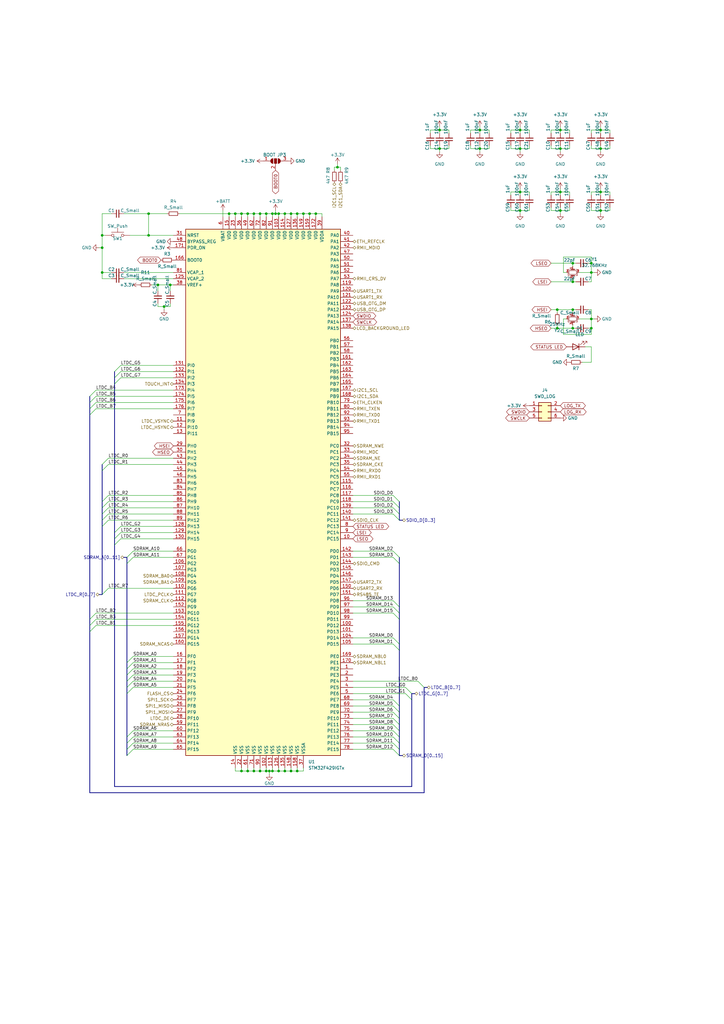
<source format=kicad_sch>
(kicad_sch (version 20211123) (generator eeschema)
  (paper "A3" portrait)
  (junction (at 246.38 60.96))
  (junction (at 60.96 96.52))
  (junction (at 93.98 87.63))
  (junction (at 67.31 125.73))
  (junction (at 229.87 60.96))
  (junction (at 246.38 78.74))
  (junction (at 111.76 316.23))
  (junction (at 228.6 127))
  (junction (at 242.57 111.76))
  (junction (at 229.87 86.36))
  (junction (at 41.91 101.6))
  (junction (at 180.34 53.34))
  (junction (at 229.87 78.74))
  (junction (at 101.6 87.63))
  (junction (at 213.36 60.96))
  (junction (at 119.38 87.63))
  (junction (at 99.06 316.23))
  (junction (at 110.49 316.23))
  (junction (at 116.84 316.23))
  (junction (at 242.57 107.95))
  (junction (at 127 87.63))
  (junction (at 113.03 87.63))
  (junction (at 213.36 53.34))
  (junction (at 180.34 60.96))
  (junction (at 111.76 87.63))
  (junction (at 114.3 87.63))
  (junction (at 242.57 130.81))
  (junction (at 234.95 107.95))
  (junction (at 121.92 316.23))
  (junction (at 138.43 68.58))
  (junction (at 116.84 87.63))
  (junction (at 104.14 316.23))
  (junction (at 106.68 87.63))
  (junction (at 246.38 53.34))
  (junction (at 234.95 127))
  (junction (at 41.91 96.52))
  (junction (at 124.46 87.63))
  (junction (at 104.14 87.63))
  (junction (at 234.95 115.57))
  (junction (at 109.22 87.63))
  (junction (at 119.38 316.23))
  (junction (at 213.36 78.74))
  (junction (at 114.3 316.23))
  (junction (at 41.91 111.76))
  (junction (at 69.85 116.84))
  (junction (at 196.85 53.34))
  (junction (at 234.95 134.62))
  (junction (at 129.54 87.63))
  (junction (at 246.38 86.36))
  (junction (at 99.06 87.63))
  (junction (at 242.57 134.62))
  (junction (at 121.92 87.63))
  (junction (at 229.87 53.34))
  (junction (at 196.85 60.96))
  (junction (at 101.6 316.23))
  (junction (at 109.22 316.23))
  (junction (at 96.52 87.63))
  (junction (at 106.68 316.23))
  (junction (at 64.77 116.84))
  (junction (at 60.96 87.63))
  (junction (at 213.36 86.36))
  (junction (at 228.6 134.62))
  (bus_entry (at 161.29 304.8) (size 2.54 2.54))
  (bus_entry (at 52.07 271.78) (size 2.54 -2.54))
  (bus_entry (at 161.29 226.06) (size 2.54 2.54))
  (bus_entry (at 36.83 259.08) (size 2.54 -2.54))
  (bus_entry (at 36.83 162.56) (size 2.54 -2.54))
  (bus_entry (at 161.29 287.02) (size 2.54 2.54))
  (bus_entry (at 161.29 297.18) (size 2.54 2.54))
  (bus_entry (at 161.29 294.64) (size 2.54 2.54))
  (bus_entry (at 161.29 205.74) (size 2.54 2.54))
  (bus_entry (at 161.29 264.16) (size 2.54 2.54))
  (bus_entry (at 52.07 284.48) (size 2.54 -2.54))
  (bus_entry (at 161.29 208.28) (size 2.54 2.54))
  (bus_entry (at 41.91 210.82) (size 2.54 -2.54))
  (bus_entry (at 166.37 281.94) (size 2.54 2.54))
  (bus_entry (at 52.07 281.94) (size 2.54 -2.54))
  (bus_entry (at 46.99 223.52) (size 2.54 -2.54))
  (bus_entry (at 52.07 309.88) (size 2.54 -2.54))
  (bus_entry (at 46.99 218.44) (size 2.54 -2.54))
  (bus_entry (at 171.45 279.4) (size 2.54 2.54))
  (bus_entry (at 41.91 208.28) (size 2.54 -2.54))
  (bus_entry (at 52.07 307.34) (size 2.54 -2.54))
  (bus_entry (at 46.99 220.98) (size 2.54 -2.54))
  (bus_entry (at 52.07 231.14) (size 2.54 -2.54))
  (bus_entry (at 161.29 251.46) (size 2.54 2.54))
  (bus_entry (at 161.29 261.62) (size 2.54 2.54))
  (bus_entry (at 161.29 307.34) (size 2.54 2.54))
  (bus_entry (at 52.07 228.6) (size 2.54 -2.54))
  (bus_entry (at 41.91 193.04) (size 2.54 -2.54))
  (bus_entry (at 52.07 276.86) (size 2.54 -2.54))
  (bus_entry (at 161.29 203.2) (size 2.54 2.54))
  (bus_entry (at 166.37 284.48) (size 2.54 2.54))
  (bus_entry (at 161.29 289.56) (size 2.54 2.54))
  (bus_entry (at 36.83 256.54) (size 2.54 -2.54))
  (bus_entry (at 46.99 152.4) (size 2.54 -2.54))
  (bus_entry (at 36.83 254) (size 2.54 -2.54))
  (bus_entry (at 41.91 190.5) (size 2.54 -2.54))
  (bus_entry (at 46.99 157.48) (size 2.54 -2.54))
  (bus_entry (at 161.29 210.82) (size 2.54 2.54))
  (bus_entry (at 41.91 213.36) (size 2.54 -2.54))
  (bus_entry (at 161.29 302.26) (size 2.54 2.54))
  (bus_entry (at 41.91 243.84) (size 2.54 -2.54))
  (bus_entry (at 36.83 167.64) (size 2.54 -2.54))
  (bus_entry (at 36.83 165.1) (size 2.54 -2.54))
  (bus_entry (at 52.07 274.32) (size 2.54 -2.54))
  (bus_entry (at 41.91 205.74) (size 2.54 -2.54))
  (bus_entry (at 46.99 154.94) (size 2.54 -2.54))
  (bus_entry (at 36.83 170.18) (size 2.54 -2.54))
  (bus_entry (at 161.29 246.38) (size 2.54 2.54))
  (bus_entry (at 52.07 302.26) (size 2.54 -2.54))
  (bus_entry (at 161.29 299.72) (size 2.54 2.54))
  (bus_entry (at 41.91 215.9) (size 2.54 -2.54))
  (bus_entry (at 52.07 304.8) (size 2.54 -2.54))
  (bus_entry (at 161.29 248.92) (size 2.54 2.54))
  (bus_entry (at 52.07 279.4) (size 2.54 -2.54))
  (bus_entry (at 161.29 292.1) (size 2.54 2.54))
  (bus_entry (at 161.29 228.6) (size 2.54 2.54))
  (wire (pts (xy 231.14 130.81) (xy 231.14 137.16)))
  (wire (pts (xy 109.22 87.63) (xy 111.76 87.63)))
  (wire (pts (xy 111.76 316.23) (xy 110.49 316.23)))
  (bus (pts (xy 163.83 213.36) (xy 165.1 213.36)))
  (wire (pts (xy 73.66 87.63) (xy 93.98 87.63)))
  (wire (pts (xy 209.55 53.34) (xy 209.55 54.61)))
  (wire (pts (xy 49.53 149.86) (xy 71.12 149.86)))
  (wire (pts (xy 242.57 142.24) (xy 240.03 142.24)))
  (wire (pts (xy 234.95 114.3) (xy 234.95 115.57)))
  (wire (pts (xy 119.38 316.23) (xy 116.84 316.23)))
  (wire (pts (xy 180.34 53.34) (xy 180.34 54.61)))
  (wire (pts (xy 71.12 302.26) (xy 54.61 302.26)))
  (wire (pts (xy 106.68 314.96) (xy 106.68 316.23)))
  (wire (pts (xy 213.36 53.34) (xy 213.36 54.61)))
  (bus (pts (xy 46.99 223.52) (xy 46.99 322.58)))
  (bus (pts (xy 40.64 243.84) (xy 41.91 243.84)))
  (wire (pts (xy 171.45 279.4) (xy 144.78 279.4)))
  (wire (pts (xy 39.37 165.1) (xy 71.12 165.1)))
  (bus (pts (xy 52.07 231.14) (xy 52.07 271.78)))
  (bus (pts (xy 163.83 210.82) (xy 163.83 213.36)))
  (bus (pts (xy 46.99 218.44) (xy 46.99 220.98)))
  (wire (pts (xy 226.06 53.34) (xy 226.06 54.61)))
  (wire (pts (xy 229.87 53.34) (xy 233.68 53.34)))
  (wire (pts (xy 229.87 78.74) (xy 229.87 80.01)))
  (wire (pts (xy 229.87 86.36) (xy 229.87 87.63)))
  (wire (pts (xy 242.57 78.74) (xy 242.57 80.01)))
  (wire (pts (xy 104.14 314.96) (xy 104.14 316.23)))
  (wire (pts (xy 200.66 53.34) (xy 200.66 54.61)))
  (bus (pts (xy 163.83 304.8) (xy 163.83 307.34)))
  (bus (pts (xy 36.83 259.08) (xy 36.83 325.12)))
  (wire (pts (xy 71.12 299.72) (xy 54.61 299.72)))
  (wire (pts (xy 144.78 208.28) (xy 161.29 208.28)))
  (wire (pts (xy 238.76 148.59) (xy 242.57 148.59)))
  (wire (pts (xy 226.06 134.62) (xy 228.6 134.62)))
  (wire (pts (xy 209.55 78.74) (xy 209.55 80.01)))
  (bus (pts (xy 163.83 251.46) (xy 163.83 254)))
  (wire (pts (xy 96.52 316.23) (xy 96.52 314.96)))
  (wire (pts (xy 50.8 87.63) (xy 60.96 87.63)))
  (wire (pts (xy 144.78 203.2) (xy 161.29 203.2)))
  (wire (pts (xy 180.34 52.07) (xy 180.34 53.34)))
  (wire (pts (xy 144.78 307.34) (xy 161.29 307.34)))
  (wire (pts (xy 246.38 78.74) (xy 250.19 78.74)))
  (wire (pts (xy 184.15 53.34) (xy 184.15 54.61)))
  (wire (pts (xy 49.53 215.9) (xy 71.12 215.9)))
  (wire (pts (xy 242.57 127) (xy 242.57 130.81)))
  (wire (pts (xy 229.87 85.09) (xy 229.87 86.36)))
  (wire (pts (xy 121.92 316.23) (xy 119.38 316.23)))
  (wire (pts (xy 180.34 53.34) (xy 184.15 53.34)))
  (bus (pts (xy 36.83 256.54) (xy 36.83 259.08)))
  (wire (pts (xy 101.6 87.63) (xy 104.14 87.63)))
  (wire (pts (xy 99.06 87.63) (xy 99.06 88.9)))
  (wire (pts (xy 129.54 87.63) (xy 129.54 88.9)))
  (bus (pts (xy 36.83 170.18) (xy 36.83 254)))
  (wire (pts (xy 250.19 60.96) (xy 246.38 60.96)))
  (wire (pts (xy 44.45 210.82) (xy 71.12 210.82)))
  (wire (pts (xy 217.17 54.61) (xy 217.17 53.34)))
  (bus (pts (xy 52.07 304.8) (xy 52.07 307.34)))
  (wire (pts (xy 234.95 127) (xy 228.6 127)))
  (wire (pts (xy 106.68 87.63) (xy 109.22 87.63)))
  (wire (pts (xy 110.49 316.23) (xy 110.49 317.5)))
  (wire (pts (xy 242.57 85.09) (xy 242.57 86.36)))
  (wire (pts (xy 246.38 77.47) (xy 246.38 78.74)))
  (bus (pts (xy 41.91 205.74) (xy 41.91 208.28)))
  (wire (pts (xy 234.95 127) (xy 236.22 127)))
  (wire (pts (xy 233.68 53.34) (xy 233.68 54.61)))
  (wire (pts (xy 213.36 78.74) (xy 213.36 80.01)))
  (wire (pts (xy 124.46 87.63) (xy 124.46 88.9)))
  (bus (pts (xy 46.99 220.98) (xy 46.99 223.52)))
  (wire (pts (xy 60.96 87.63) (xy 68.58 87.63)))
  (wire (pts (xy 241.3 115.57) (xy 242.57 115.57)))
  (wire (pts (xy 229.87 78.74) (xy 233.68 78.74)))
  (wire (pts (xy 41.91 87.63) (xy 45.72 87.63)))
  (wire (pts (xy 39.37 162.56) (xy 71.12 162.56)))
  (wire (pts (xy 67.31 125.73) (xy 69.85 125.73)))
  (bus (pts (xy 52.07 276.86) (xy 52.07 279.4)))
  (wire (pts (xy 228.6 134.62) (xy 228.6 133.35)))
  (wire (pts (xy 69.85 116.84) (xy 71.12 116.84)))
  (wire (pts (xy 144.78 228.6) (xy 161.29 228.6)))
  (wire (pts (xy 242.57 130.81) (xy 242.57 134.62)))
  (wire (pts (xy 119.38 314.96) (xy 119.38 316.23)))
  (bus (pts (xy 52.07 284.48) (xy 52.07 302.26)))
  (wire (pts (xy 116.84 87.63) (xy 116.84 88.9)))
  (wire (pts (xy 213.36 77.47) (xy 213.36 78.74)))
  (wire (pts (xy 234.95 115.57) (xy 236.22 115.57)))
  (wire (pts (xy 101.6 87.63) (xy 101.6 88.9)))
  (wire (pts (xy 50.8 111.76) (xy 71.12 111.76)))
  (wire (pts (xy 49.53 218.44) (xy 71.12 218.44)))
  (wire (pts (xy 144.78 205.74) (xy 161.29 205.74)))
  (bus (pts (xy 46.99 322.58) (xy 168.91 322.58)))
  (bus (pts (xy 46.99 154.94) (xy 46.99 157.48)))
  (wire (pts (xy 132.08 87.63) (xy 132.08 88.9)))
  (wire (pts (xy 111.76 87.63) (xy 113.03 87.63)))
  (wire (pts (xy 137.16 69.85) (xy 137.16 68.58)))
  (wire (pts (xy 96.52 87.63) (xy 96.52 88.9)))
  (wire (pts (xy 121.92 87.63) (xy 124.46 87.63)))
  (wire (pts (xy 104.14 87.63) (xy 104.14 88.9)))
  (wire (pts (xy 114.3 87.63) (xy 114.3 88.9)))
  (wire (pts (xy 101.6 314.96) (xy 101.6 316.23)))
  (bus (pts (xy 163.83 228.6) (xy 163.83 231.14)))
  (wire (pts (xy 193.04 53.34) (xy 196.85 53.34)))
  (bus (pts (xy 36.83 162.56) (xy 36.83 165.1)))
  (wire (pts (xy 229.87 59.69) (xy 229.87 60.96)))
  (wire (pts (xy 50.8 114.3) (xy 71.12 114.3)))
  (bus (pts (xy 163.83 208.28) (xy 163.83 210.82)))
  (wire (pts (xy 114.3 87.63) (xy 116.84 87.63)))
  (wire (pts (xy 116.84 316.23) (xy 114.3 316.23)))
  (bus (pts (xy 36.83 325.12) (xy 173.99 325.12)))
  (wire (pts (xy 231.14 105.41) (xy 242.57 105.41)))
  (wire (pts (xy 242.57 111.76) (xy 237.49 111.76)))
  (wire (pts (xy 71.12 274.32) (xy 54.61 274.32)))
  (wire (pts (xy 44.45 213.36) (xy 71.12 213.36)))
  (wire (pts (xy 49.53 152.4) (xy 71.12 152.4)))
  (wire (pts (xy 139.7 69.85) (xy 139.7 68.58)))
  (wire (pts (xy 111.76 314.96) (xy 111.76 316.23)))
  (wire (pts (xy 121.92 87.63) (xy 121.92 88.9)))
  (wire (pts (xy 246.38 85.09) (xy 246.38 86.36)))
  (wire (pts (xy 144.78 294.64) (xy 161.29 294.64)))
  (bus (pts (xy 52.07 302.26) (xy 52.07 304.8)))
  (wire (pts (xy 119.38 87.63) (xy 121.92 87.63)))
  (wire (pts (xy 226.06 107.95) (xy 234.95 107.95)))
  (wire (pts (xy 193.04 59.69) (xy 193.04 60.96)))
  (wire (pts (xy 44.45 190.5) (xy 71.12 190.5)))
  (wire (pts (xy 39.37 167.64) (xy 71.12 167.64)))
  (wire (pts (xy 209.55 85.09) (xy 209.55 86.36)))
  (wire (pts (xy 242.57 134.62) (xy 241.3 134.62)))
  (wire (pts (xy 213.36 86.36) (xy 213.36 87.63)))
  (wire (pts (xy 60.96 96.52) (xy 71.12 96.52)))
  (wire (pts (xy 114.3 316.23) (xy 111.76 316.23)))
  (bus (pts (xy 163.83 266.7) (xy 163.83 289.56)))
  (wire (pts (xy 109.22 314.96) (xy 109.22 316.23)))
  (wire (pts (xy 71.12 279.4) (xy 54.61 279.4)))
  (bus (pts (xy 41.91 208.28) (xy 41.91 210.82)))
  (wire (pts (xy 138.43 67.31) (xy 138.43 68.58)))
  (bus (pts (xy 52.07 281.94) (xy 52.07 284.48)))
  (wire (pts (xy 71.12 276.86) (xy 54.61 276.86)))
  (wire (pts (xy 64.77 124.46) (xy 64.77 125.73)))
  (wire (pts (xy 213.36 52.07) (xy 213.36 53.34)))
  (wire (pts (xy 209.55 60.96) (xy 213.36 60.96)))
  (wire (pts (xy 234.95 128.27) (xy 234.95 127)))
  (wire (pts (xy 234.95 107.95) (xy 234.95 109.22)))
  (wire (pts (xy 228.6 127) (xy 228.6 128.27)))
  (wire (pts (xy 217.17 53.34) (xy 213.36 53.34)))
  (wire (pts (xy 233.68 86.36) (xy 229.87 86.36)))
  (wire (pts (xy 44.45 203.2) (xy 71.12 203.2)))
  (wire (pts (xy 69.85 125.73) (xy 69.85 124.46)))
  (wire (pts (xy 217.17 86.36) (xy 213.36 86.36)))
  (wire (pts (xy 246.38 53.34) (xy 246.38 54.61)))
  (wire (pts (xy 166.37 281.94) (xy 144.78 281.94)))
  (bus (pts (xy 163.83 231.14) (xy 163.83 248.92)))
  (wire (pts (xy 226.06 78.74) (xy 226.06 80.01)))
  (bus (pts (xy 52.07 307.34) (xy 52.07 309.88)))
  (wire (pts (xy 246.38 52.07) (xy 246.38 53.34)))
  (bus (pts (xy 41.91 210.82) (xy 41.91 213.36)))
  (bus (pts (xy 163.83 299.72) (xy 163.83 302.26)))
  (wire (pts (xy 60.96 87.63) (xy 60.96 96.52)))
  (wire (pts (xy 243.84 111.76) (xy 242.57 111.76)))
  (wire (pts (xy 196.85 52.07) (xy 196.85 53.34)))
  (wire (pts (xy 242.57 53.34) (xy 246.38 53.34)))
  (wire (pts (xy 246.38 59.69) (xy 246.38 60.96)))
  (wire (pts (xy 45.72 114.3) (xy 41.91 114.3)))
  (wire (pts (xy 99.06 87.63) (xy 101.6 87.63)))
  (bus (pts (xy 52.07 279.4) (xy 52.07 281.94)))
  (wire (pts (xy 39.37 254) (xy 71.12 254)))
  (bus (pts (xy 50.8 228.6) (xy 52.07 228.6)))
  (wire (pts (xy 44.45 208.28) (xy 71.12 208.28)))
  (wire (pts (xy 229.87 77.47) (xy 229.87 78.74)))
  (wire (pts (xy 41.91 101.6) (xy 41.91 96.52)))
  (bus (pts (xy 52.07 271.78) (xy 52.07 274.32)))
  (bus (pts (xy 168.91 284.48) (xy 170.18 284.48)))
  (wire (pts (xy 144.78 248.92) (xy 161.29 248.92)))
  (bus (pts (xy 173.99 281.94) (xy 175.26 281.94)))
  (wire (pts (xy 99.06 316.23) (xy 96.52 316.23)))
  (wire (pts (xy 234.95 134.62) (xy 234.95 133.35)))
  (wire (pts (xy 196.85 60.96) (xy 200.66 60.96)))
  (wire (pts (xy 213.36 85.09) (xy 213.36 86.36)))
  (wire (pts (xy 101.6 316.23) (xy 99.06 316.23)))
  (wire (pts (xy 104.14 316.23) (xy 101.6 316.23)))
  (wire (pts (xy 64.77 116.84) (xy 69.85 116.84)))
  (wire (pts (xy 114.3 314.96) (xy 114.3 316.23)))
  (wire (pts (xy 144.78 304.8) (xy 161.29 304.8)))
  (wire (pts (xy 213.36 78.74) (xy 217.17 78.74)))
  (wire (pts (xy 229.87 53.34) (xy 229.87 54.61)))
  (wire (pts (xy 144.78 302.26) (xy 161.29 302.26)))
  (bus (pts (xy 41.91 193.04) (xy 41.91 205.74)))
  (bus (pts (xy 52.07 274.32) (xy 52.07 276.86)))
  (wire (pts (xy 233.68 59.69) (xy 233.68 60.96)))
  (wire (pts (xy 242.57 60.96) (xy 246.38 60.96)))
  (wire (pts (xy 64.77 125.73) (xy 67.31 125.73)))
  (wire (pts (xy 231.14 137.16) (xy 242.57 137.16)))
  (wire (pts (xy 217.17 85.09) (xy 217.17 86.36)))
  (bus (pts (xy 36.83 254) (xy 36.83 256.54)))
  (wire (pts (xy 250.19 85.09) (xy 250.19 86.36)))
  (bus (pts (xy 163.83 297.18) (xy 163.83 299.72)))
  (wire (pts (xy 41.91 96.52) (xy 41.91 87.63)))
  (wire (pts (xy 124.46 87.63) (xy 127 87.63)))
  (wire (pts (xy 242.57 105.41) (xy 242.57 107.95)))
  (wire (pts (xy 243.84 130.81) (xy 242.57 130.81)))
  (wire (pts (xy 209.55 78.74) (xy 213.36 78.74)))
  (bus (pts (xy 52.07 228.6) (xy 52.07 231.14)))
  (bus (pts (xy 41.91 190.5) (xy 41.91 193.04)))
  (wire (pts (xy 233.68 60.96) (xy 229.87 60.96)))
  (wire (pts (xy 144.78 297.18) (xy 161.29 297.18)))
  (wire (pts (xy 166.37 284.48) (xy 144.78 284.48)))
  (wire (pts (xy 67.31 125.73) (xy 67.31 127)))
  (wire (pts (xy 144.78 287.02) (xy 161.29 287.02)))
  (bus (pts (xy 163.83 289.56) (xy 163.83 292.1)))
  (wire (pts (xy 62.23 116.84) (xy 64.77 116.84)))
  (wire (pts (xy 231.14 111.76) (xy 231.14 105.41)))
  (bus (pts (xy 163.83 294.64) (xy 163.83 297.18)))
  (wire (pts (xy 39.37 251.46) (xy 71.12 251.46)))
  (wire (pts (xy 43.18 96.52) (xy 41.91 96.52)))
  (wire (pts (xy 242.57 53.34) (xy 242.57 54.61)))
  (wire (pts (xy 226.06 85.09) (xy 226.06 86.36)))
  (wire (pts (xy 113.03 86.36) (xy 113.03 87.63)))
  (wire (pts (xy 196.85 59.69) (xy 196.85 60.96)))
  (wire (pts (xy 213.36 59.69) (xy 213.36 60.96)))
  (wire (pts (xy 209.55 86.36) (xy 213.36 86.36)))
  (wire (pts (xy 144.78 289.56) (xy 161.29 289.56)))
  (bus (pts (xy 36.83 165.1) (xy 36.83 167.64)))
  (wire (pts (xy 242.57 59.69) (xy 242.57 60.96)))
  (wire (pts (xy 109.22 316.23) (xy 106.68 316.23)))
  (wire (pts (xy 71.12 304.8) (xy 54.61 304.8)))
  (wire (pts (xy 144.78 264.16) (xy 161.29 264.16)))
  (wire (pts (xy 109.22 87.63) (xy 109.22 88.9)))
  (wire (pts (xy 213.36 53.34) (xy 209.55 53.34)))
  (wire (pts (xy 196.85 53.34) (xy 200.66 53.34)))
  (bus (pts (xy 46.99 152.4) (xy 46.99 154.94)))
  (wire (pts (xy 144.78 292.1) (xy 161.29 292.1)))
  (wire (pts (xy 176.53 53.34) (xy 180.34 53.34)))
  (wire (pts (xy 246.38 86.36) (xy 246.38 87.63)))
  (wire (pts (xy 93.98 88.9) (xy 93.98 87.63)))
  (wire (pts (xy 99.06 314.96) (xy 99.06 316.23)))
  (wire (pts (xy 116.84 314.96) (xy 116.84 316.23)))
  (wire (pts (xy 242.57 86.36) (xy 246.38 86.36)))
  (bus (pts (xy 41.91 213.36) (xy 41.91 215.9)))
  (wire (pts (xy 242.57 148.59) (xy 242.57 142.24)))
  (wire (pts (xy 200.66 60.96) (xy 200.66 59.69)))
  (bus (pts (xy 163.83 307.34) (xy 163.83 309.88)))
  (wire (pts (xy 242.57 78.74) (xy 246.38 78.74)))
  (wire (pts (xy 41.91 111.76) (xy 41.91 101.6)))
  (wire (pts (xy 180.34 60.96) (xy 176.53 60.96)))
  (wire (pts (xy 180.34 59.69) (xy 180.34 60.96)))
  (bus (pts (xy 173.99 325.12) (xy 173.99 281.94)))
  (bus (pts (xy 163.83 248.92) (xy 163.83 251.46)))
  (wire (pts (xy 41.91 114.3) (xy 41.91 111.76)))
  (wire (pts (xy 250.19 86.36) (xy 246.38 86.36)))
  (wire (pts (xy 217.17 60.96) (xy 217.17 59.69)))
  (wire (pts (xy 193.04 54.61) (xy 193.04 53.34)))
  (wire (pts (xy 45.72 111.76) (xy 41.91 111.76)))
  (bus (pts (xy 163.83 292.1) (xy 163.83 294.64)))
  (wire (pts (xy 124.46 314.96) (xy 124.46 316.23)))
  (wire (pts (xy 226.06 115.57) (xy 234.95 115.57)))
  (wire (pts (xy 96.52 87.63) (xy 99.06 87.63)))
  (wire (pts (xy 53.34 96.52) (xy 60.96 96.52)))
  (wire (pts (xy 241.3 127) (xy 242.57 127)))
  (wire (pts (xy 71.12 281.94) (xy 54.61 281.94)))
  (bus (pts (xy 163.83 264.16) (xy 163.83 266.7)))
  (wire (pts (xy 39.37 160.02) (xy 71.12 160.02)))
  (wire (pts (xy 217.17 78.74) (xy 217.17 80.01)))
  (wire (pts (xy 180.34 60.96) (xy 180.34 62.23)))
  (wire (pts (xy 71.12 226.06) (xy 54.61 226.06)))
  (bus (pts (xy 41.91 215.9) (xy 41.91 243.84)))
  (wire (pts (xy 226.06 59.69) (xy 226.06 60.96)))
  (wire (pts (xy 229.87 52.07) (xy 229.87 53.34)))
  (wire (pts (xy 106.68 316.23) (xy 104.14 316.23)))
  (wire (pts (xy 113.03 87.63) (xy 114.3 87.63)))
  (wire (pts (xy 242.57 137.16) (xy 242.57 134.62)))
  (wire (pts (xy 144.78 251.46) (xy 161.29 251.46)))
  (wire (pts (xy 144.78 299.72) (xy 161.29 299.72)))
  (wire (pts (xy 226.06 78.74) (xy 229.87 78.74)))
  (wire (pts (xy 226.06 60.96) (xy 229.87 60.96)))
  (wire (pts (xy 127 87.63) (xy 129.54 87.63)))
  (wire (pts (xy 229.87 60.96) (xy 229.87 62.23)))
  (wire (pts (xy 232.41 111.76) (xy 231.14 111.76)))
  (wire (pts (xy 49.53 154.94) (xy 71.12 154.94)))
  (wire (pts (xy 184.15 59.69) (xy 184.15 60.96)))
  (wire (pts (xy 242.57 130.81) (xy 237.49 130.81)))
  (wire (pts (xy 93.98 87.63) (xy 96.52 87.63)))
  (wire (pts (xy 242.57 115.57) (xy 242.57 111.76)))
  (bus (pts (xy 168.91 287.02) (xy 168.91 284.48)))
  (wire (pts (xy 144.78 261.62) (xy 161.29 261.62)))
  (wire (pts (xy 193.04 60.96) (xy 196.85 60.96)))
  (wire (pts (xy 71.12 269.24) (xy 54.61 269.24)))
  (bus (pts (xy 36.83 167.64) (xy 36.83 170.18)))
  (wire (pts (xy 236.22 107.95) (xy 234.95 107.95)))
  (wire (pts (xy 127 88.9) (xy 127 87.63)))
  (wire (pts (xy 69.85 119.38) (xy 69.85 116.84)))
  (wire (pts (xy 144.78 246.38) (xy 161.29 246.38)))
  (wire (pts (xy 40.64 101.6) (xy 41.91 101.6)))
  (wire (pts (xy 116.84 87.63) (xy 119.38 87.63)))
  (wire (pts (xy 144.78 210.82) (xy 161.29 210.82)))
  (wire (pts (xy 121.92 314.96) (xy 121.92 316.23)))
  (wire (pts (xy 213.36 60.96) (xy 213.36 62.23)))
  (bus (pts (xy 163.83 205.74) (xy 163.83 208.28)))
  (wire (pts (xy 137.16 68.58) (xy 138.43 68.58)))
  (wire (pts (xy 49.53 220.98) (xy 71.12 220.98)))
  (wire (pts (xy 124.46 316.23) (xy 121.92 316.23)))
  (wire (pts (xy 250.19 53.34) (xy 250.19 54.61)))
  (wire (pts (xy 226.06 86.36) (xy 229.87 86.36)))
  (wire (pts (xy 106.68 87.63) (xy 106.68 88.9)))
  (wire (pts (xy 44.45 205.74) (xy 71.12 205.74)))
  (wire (pts (xy 196.85 53.34) (xy 196.85 54.61)))
  (wire (pts (xy 250.19 78.74) (xy 250.19 80.01)))
  (bus (pts (xy 168.91 322.58) (xy 168.91 287.02)))
  (bus (pts (xy 163.83 309.88) (xy 165.1 309.88)))
  (wire (pts (xy 91.44 86.36) (xy 91.44 88.9)))
  (wire (pts (xy 71.12 228.6) (xy 54.61 228.6)))
  (wire (pts (xy 111.76 87.63) (xy 111.76 88.9)))
  (wire (pts (xy 176.53 60.96) (xy 176.53 59.69)))
  (wire (pts (xy 44.45 187.96) (xy 71.12 187.96)))
  (wire (pts (xy 226.06 127) (xy 228.6 127)))
  (wire (pts (xy 234.95 134.62) (xy 228.6 134.62)))
  (wire (pts (xy 176.53 54.61) (xy 176.53 53.34)))
  (bus (pts (xy 46.99 157.48) (xy 46.99 218.44)))
  (wire (pts (xy 71.12 271.78) (xy 54.61 271.78)))
  (bus (pts (xy 163.83 254) (xy 163.83 264.16)))
  (wire (pts (xy 233.68 78.74) (xy 233.68 80.01)))
  (wire (pts (xy 196.85 60.96) (xy 196.85 62.23)))
  (wire (pts (xy 71.12 307.34) (xy 54.61 307.34)))
  (wire (pts (xy 44.45 241.3) (xy 71.12 241.3)))
  (wire (pts (xy 226.06 53.34) (xy 229.87 53.34)))
  (wire (pts (xy 39.37 256.54) (xy 71.12 256.54)))
  (wire (pts (xy 232.41 130.81) (xy 231.14 130.81)))
  (wire (pts (xy 236.22 134.62) (xy 234.95 134.62)))
  (wire (pts (xy 209.55 59.69) (xy 209.55 60.96)))
  (wire (pts (xy 184.15 60.96) (xy 180.34 60.96)))
  (wire (pts (xy 250.19 59.69) (xy 250.19 60.96)))
  (wire (pts (xy 144.78 226.06) (xy 161.29 226.06)))
  (wire (pts (xy 129.54 87.63) (xy 132.08 87.63)))
  (wire (pts (xy 104.14 87.63) (xy 106.68 87.63)))
  (wire (pts (xy 246.38 53.34) (xy 250.19 53.34)))
  (wire (pts (xy 119.38 87.63) (xy 119.38 88.9)))
  (wire (pts (xy 242.57 107.95) (xy 241.3 107.95)))
  (wire (pts (xy 139.7 68.58) (xy 138.43 68.58)))
  (wire (pts (xy 246.38 60.96) (xy 246.38 62.23)))
  (wire (pts (xy 246.38 78.74) (xy 246.38 80.01)))
  (wire (pts (xy 110.49 316.23) (xy 109.22 316.23)))
  (wire (pts (xy 242.57 111.76) (xy 242.57 107.95)))
  (wire (pts (xy 64.77 119.38) (xy 64.77 116.84)))
  (wire (pts (xy 233.68 85.09) (xy 233.68 86.36)))
  (wire (pts (xy 213.36 60.96) (xy 217.17 60.96)))
  (bus (pts (xy 163.83 302.26) (xy 163.83 304.8)))
  (label "LTDC_G0" (at 166.37 281.94 180))
  (label "LTDC_R2" (at 44.45 203.2 0))
  (label "LTDC_B7" (at 39.37 167.64 0))
  (label "LTDC_R7" (at 44.45 241.3 0))
  (label "SDRAM_A2" (at 54.61 274.32 0))
  (label "SDRAM_D1" (at 161.29 264.16 180))
  (label "LTDC_B3" (at 39.37 254 0))
  (label "SDRAM_D15" (at 161.29 251.46 180))
  (label "SDRAM_D3" (at 161.29 228.6 180))
  (label "SDRAM_D5" (at 161.29 289.56 180))
  (label "LTDC_R5" (at 44.45 210.82 0))
  (label "SDRAM_A8" (at 54.61 304.8 0))
  (label "LTDC_R1" (at 44.45 190.5 0))
  (label "SDRAM_D4" (at 161.29 287.02 180))
  (label "LTDC_G3" (at 49.53 218.44 0))
  (label "LTDC_B1" (at 39.37 256.54 0))
  (label "LTDC_R3" (at 44.45 205.74 0))
  (label "SDRAM_D2" (at 161.29 226.06 180))
  (label "SDIO_D0" (at 161.29 203.2 180))
  (label "SDRAM_A0" (at 54.61 269.24 0))
  (label "SDIO_D1" (at 161.29 205.74 180))
  (label "SDRAM_D9" (at 161.29 299.72 180))
  (label "SDRAM_A1" (at 54.61 271.78 0))
  (label "LTDC_G2" (at 49.53 215.9 0))
  (label "SDRAM_D8" (at 161.29 297.18 180))
  (label "SDRAM_D14" (at 161.29 248.92 180))
  (label "LTDC_R0" (at 44.45 187.96 0))
  (label "SDRAM_A11" (at 54.61 228.6 0))
  (label "SDRAM_D0" (at 161.29 261.62 180))
  (label "LTDC_G6" (at 49.53 152.4 0))
  (label "SDRAM_A6" (at 54.61 299.72 0))
  (label "LTDC_B5" (at 39.37 162.56 0))
  (label "SDRAM_A3" (at 54.61 276.86 0))
  (label "LTDC_G7" (at 49.53 154.94 0))
  (label "SDRAM_D6" (at 161.29 292.1 180))
  (label "SDIO_D3" (at 161.29 210.82 180))
  (label "SDRAM_A4" (at 54.61 279.4 0))
  (label "LTDC_B4" (at 39.37 160.02 0))
  (label "LTDC_G5" (at 49.53 149.86 0))
  (label "SDRAM_A5" (at 54.61 281.94 0))
  (label "SDIO_D2" (at 161.29 208.28 180))
  (label "SDRAM_A10" (at 54.61 226.06 0))
  (label "LTDC_B0" (at 171.45 279.4 180))
  (label "SDRAM_D13" (at 161.29 246.38 180))
  (label "SDRAM_D11" (at 161.29 304.8 180))
  (label "LTDC_R6" (at 44.45 213.36 0))
  (label "LTDC_R4" (at 44.45 208.28 0))
  (label "SDRAM_A7" (at 54.61 302.26 0))
  (label "LTDC_B6" (at 39.37 165.1 0))
  (label "SDRAM_D10" (at 161.29 302.26 180))
  (label "SDRAM_D12" (at 161.29 307.34 180))
  (label "SDRAM_D7" (at 161.29 294.64 180))
  (label "LTDC_G1" (at 166.37 284.48 180))
  (label "LTDC_B2" (at 39.37 251.46 0))
  (label "LTDC_G4" (at 49.53 220.98 0))
  (label "SDRAM_A9" (at 54.61 307.34 0))
  (global_label "BOOT0" (shape bidirectional) (at 66.04 106.68 180) (property "Intersheet References" "${INTERSHEET_REFS}" (effects hide)))
  (global_label "HSEO" (shape bidirectional) (at 226.06 134.62 180) (property "Intersheet References" "${INTERSHEET_REFS}" (effects hide)))
  (global_label "SWCLK" (shape bidirectional) (at 217.17 171.45 180) (property "Intersheet References" "${INTERSHEET_REFS}" (effects hide)))
  (global_label "LSEI" (shape bidirectional) (at 144.78 218.44 0) (property "Intersheet References" "${INTERSHEET_REFS}" (effects hide)))
  (global_label "LOG_TX" (shape bidirectional) (at 229.87 166.37 0) (property "Intersheet References" "${INTERSHEET_REFS}" (effects hide)))
  (global_label "SWDIO" (shape bidirectional) (at 217.17 168.91 180) (property "Intersheet References" "${INTERSHEET_REFS}" (effects hide)))
  (global_label "LOG_RX" (shape bidirectional) (at 229.87 168.91 0) (property "Intersheet References" "${INTERSHEET_REFS}" (effects hide)))
  (global_label "HSEI" (shape bidirectional) (at 226.06 127 180) (property "Intersheet References" "${INTERSHEET_REFS}" (effects hide)))
  (global_label "STATUS LED" (shape bidirectional) (at 232.41 142.24 180) (property "Intersheet References" "${INTERSHEET_REFS}" (effects hide)))
  (global_label "HSEI" (shape bidirectional) (at 71.12 182.88 180) (property "Intersheet References" "${INTERSHEET_REFS}" (effects hide)))
  (global_label "LSEO" (shape bidirectional) (at 226.06 107.95 180) (property "Intersheet References" "${INTERSHEET_REFS}" (effects hide)))
  (global_label "LSEI" (shape bidirectional) (at 226.06 115.57 180) (property "Intersheet References" "${INTERSHEET_REFS}" (effects hide)))
  (global_label "SWDIO" (shape bidirectional) (at 144.78 129.54 0) (property "Intersheet References" "${INTERSHEET_REFS}" (effects hide)))
  (global_label "HSEO" (shape bidirectional) (at 71.12 185.42 180) (property "Intersheet References" "${INTERSHEET_REFS}" (effects hide)))
  (global_label "SWCLK" (shape bidirectional) (at 144.78 132.08 0) (property "Intersheet References" "${INTERSHEET_REFS}" (effects hide)))
  (global_label "BOOT0" (shape bidirectional) (at 113.03 69.85 270) (property "Intersheet References" "${INTERSHEET_REFS}" (effects hide)))
  (global_label "LSEO" (shape bidirectional) (at 144.78 220.98 0) (property "Intersheet References" "${INTERSHEET_REFS}" (effects hide)))
  (global_label "STATUS LED" (shape bidirectional) (at 144.78 215.9 0) (property "Intersheet References" "${INTERSHEET_REFS}" (effects hide)))
  (hierarchical_label "USB_OTG_DM" (shape bidirectional) (at 144.78 124.46 0))
  (hierarchical_label "SDIO_D[0..3]" (shape bidirectional) (at 165.1 213.36 0))
  (hierarchical_label "FLASH_CS" (shape bidirectional) (at 71.12 284.48 180))
  (hierarchical_label "LTDC_PCLK" (shape bidirectional) (at 71.12 243.84 180))
  (hierarchical_label "I2C1_SCL" (shape bidirectional) (at 137.16 74.93 270))
  (hierarchical_label "USART2_TX" (shape bidirectional) (at 144.78 238.76 0))
  (hierarchical_label "SDRAM_NBL0" (shape bidirectional) (at 144.78 269.24 0))
  (hierarchical_label "RMII_MDC" (shape bidirectional) (at 144.78 185.42 0))
  (hierarchical_label "SDRAM_BA0" (shape bidirectional) (at 71.12 236.22 180))
  (hierarchical_label "SDRAM_NE" (shape bidirectional) (at 144.78 187.96 0))
  (hierarchical_label "SPI1_MISO" (shape bidirectional) (at 71.12 289.56 180))
  (hierarchical_label "I2C1_SCL" (shape bidirectional) (at 144.78 160.02 0))
  (hierarchical_label "RMII_TXEN" (shape bidirectional) (at 144.78 167.64 0))
  (hierarchical_label "RMII_RXD1" (shape bidirectional) (at 144.78 195.58 0))
  (hierarchical_label "RMII_CRS_DV" (shape bidirectional) (at 144.78 114.3 0))
  (hierarchical_label "LTDC_VSYNC" (shape bidirectional) (at 71.12 172.72 180))
  (hierarchical_label "LCD_BACKGROUND_LED" (shape bidirectional) (at 144.78 134.62 0))
  (hierarchical_label "ETH_REFCLK" (shape bidirectional) (at 144.78 99.06 0))
  (hierarchical_label "USART1_TX" (shape bidirectional) (at 144.78 119.38 0))
  (hierarchical_label "SDRAM_NRAS" (shape bidirectional) (at 71.12 297.18 180))
  (hierarchical_label "ETH_CLKEN" (shape bidirectional) (at 144.78 165.1 0))
  (hierarchical_label "RS485_TE" (shape bidirectional) (at 144.78 243.84 0))
  (hierarchical_label "LTDC_G[0..7]" (shape bidirectional) (at 170.18 284.48 0))
  (hierarchical_label "SDIO_CMD" (shape bidirectional) (at 144.78 231.14 0))
  (hierarchical_label "SDRAM_BA1" (shape bidirectional) (at 71.12 238.76 180))
  (hierarchical_label "SDRAM_CKE" (shape bidirectional) (at 144.78 190.5 0))
  (hierarchical_label "SDRAM_A[0..11]" (shape bidirectional) (at 50.8 228.6 180))
  (hierarchical_label "SDRAM_CLK" (shape bidirectional) (at 71.12 246.38 180))
  (hierarchical_label "USART2_RX" (shape bidirectional) (at 144.78 241.3 0))
  (hierarchical_label "LTDC_R[0..7]" (shape bidirectional) (at 40.64 243.84 180))
  (hierarchical_label "USART1_RX" (shape bidirectional) (at 144.78 121.92 0))
  (hierarchical_label "I2C1_SDA" (shape bidirectional) (at 144.78 162.56 0))
  (hierarchical_label "LTDC_DE" (shape bidirectional) (at 71.12 294.64 180))
  (hierarchical_label "RMII_RXD0" (shape bidirectional) (at 144.78 193.04 0))
  (hierarchical_label "LTDC_B[0..7]" (shape bidirectional) (at 175.26 281.94 0))
  (hierarchical_label "RMII_TXD0" (shape bidirectional) (at 144.78 170.18 0))
  (hierarchical_label "SDRAM_NWE" (shape bidirectional) (at 144.78 182.88 0))
  (hierarchical_label "SDRAM_D[0..15]" (shape bidirectional) (at 165.1 309.88 0))
  (hierarchical_label "SPI1_MOSI" (shape bidirectional) (at 71.12 292.1 180))
  (hierarchical_label "RMII_TXD1" (shape bidirectional) (at 144.78 172.72 0))
  (hierarchical_label "I2C1_SDA" (shape bidirectional) (at 139.7 74.93 270))
  (hierarchical_label "USB_OTG_DP" (shape bidirectional) (at 144.78 127 0))
  (hierarchical_label "RMII_MDIO" (shape bidirectional) (at 144.78 101.6 0))
  (hierarchical_label "TOUCH_INT" (shape bidirectional) (at 71.12 157.48 180))
  (hierarchical_label "SDRAM_NBL1" (shape bidirectional) (at 144.78 271.78 0))
  (hierarchical_label "SDRAM_NCAS" (shape bidirectional) (at 71.12 264.16 180))
  (hierarchical_label "SDIO_CLK" (shape bidirectional) (at 144.78 213.36 0))
  (hierarchical_label "SPI1_SCK" (shape bidirectional) (at 71.12 287.02 180))
  (hierarchical_label "LTDC_HSYNC" (shape bidirectional) (at 71.12 175.26 180))
  (symbol (lib_id "Device:C_Small") (at 209.55 57.15 180) (unit 1)
    (property "Reference" "C15" (at 208.28 59.69 90))
    (property "Value" "1uF" (at 208.28 52.07 90))
    (property "Footprint" "Capacitor_SMD:C_0603_1608Metric" (effects hide))
  )
  (symbol (lib_id "Device:C_Small") (at 213.36 57.15 180) (unit 1)
    (property "Reference" "C17" (at 212.09 59.69 90))
    (property "Value" "100nF" (at 212.09 52.07 90))
    (property "Footprint" "Capacitor_SMD:C_0603_1608Metric" (effects hide))
  )
  (symbol (lib_id "power:+3.3V") (at 246.38 77.47 0) (mirror y) (unit 1)
    (property "Reference" "#PWR0165" (effects hide))
    (property "Value" "+3.3V" (at 246.38 72.39 0))
  )
  (symbol (lib_id "Device:C_Small") (at 250.19 82.55 180) (unit 1)
    (property "Reference" "C52" (at 248.92 85.09 90))
    (property "Value" "100nF" (at 248.92 77.47 90))
    (property "Footprint" "Capacitor_SMD:C_0603_1608Metric" (effects hide))
  )
  (symbol (lib_id "power:+3.3V") (at 217.17 166.37 90) (unit 1)
    (property "Reference" "#PWR0251" (effects hide))
    (property "Value" "+3.3V" (at 210.82 166.37 90))
  )
  (symbol (lib_id "power:GND") (at 246.38 62.23 0) (mirror y) (unit 1)
    (property "Reference" "#PWR012" (effects hide))
    (property "Value" "GND" (at 246.38 67.31 0))
  )
  (symbol (lib_id "Device:C_Small") (at 213.36 82.55 180) (unit 1)
    (property "Reference" "C60" (at 212.09 85.09 90))
    (property "Value" "100nF" (at 212.09 77.47 90))
    (property "Footprint" "Capacitor_SMD:C_0603_1608Metric" (effects hide))
  )
  (symbol (lib_id "Device:C_Small") (at 217.17 57.15 180) (unit 1)
    (property "Reference" "C21" (at 215.9 59.69 90))
    (property "Value" "100nF" (at 215.9 52.07 90))
    (property "Footprint" "Capacitor_SMD:C_0603_1608Metric" (effects hide))
  )
  (symbol (lib_id "Device:C_Small") (at 48.26 111.76 90) (unit 1)
    (property "Reference" "C2" (at 45.72 110.49 90))
    (property "Value" "C_Small" (at 53.34 110.49 90))
    (property "Footprint" "Capacitor_SMD:C_0603_1608Metric" (effects hide))
  )
  (symbol (lib_id "power:GND") (at 40.64 101.6 270) (mirror x) (unit 1)
    (property "Reference" "#PWR0102" (effects hide))
    (property "Value" "GND" (at 35.56 101.6 90))
  )
  (symbol (lib_id "power:+3.3V") (at 57.15 116.84 90) (unit 1)
    (property "Reference" "#PWR0101" (effects hide))
    (property "Value" "+3.3V" (at 52.07 116.84 90))
  )
  (symbol (lib_id "Device:C_Small") (at 233.68 57.15 180) (unit 1)
    (property "Reference" "C11" (at 232.41 59.69 90))
    (property "Value" "100nF" (at 232.41 52.07 90))
    (property "Footprint" "Capacitor_SMD:C_0603_1608Metric" (effects hide))
  )
  (symbol (lib_id "power:GND") (at 246.38 87.63 0) (mirror y) (unit 1)
    (property "Reference" "#PWR0166" (effects hide))
    (property "Value" "GND" (at 246.38 92.71 0))
  )
  (symbol (lib_id "Device:C_Small") (at 229.87 57.15 180) (unit 1)
    (property "Reference" "C13" (at 228.6 59.69 90))
    (property "Value" "100nF" (at 228.6 52.07 90))
    (property "Footprint" "Capacitor_SMD:C_0603_1608Metric" (effects hide))
  )
  (symbol (lib_id "Device:C_Small") (at 229.87 82.55 180) (unit 1)
    (property "Reference" "C54" (at 228.6 85.09 90))
    (property "Value" "100nF" (at 228.6 77.47 90))
    (property "Footprint" "Capacitor_SMD:C_0603_1608Metric" (effects hide))
  )
  (symbol (lib_id "Device:C_Small") (at 238.76 107.95 270) (mirror x) (unit 1)
    (property "Reference" "C6" (at 241.3 106.68 90))
    (property "Value" "22pF" (at 233.68 106.68 90))
    (property "Footprint" "Capacitor_SMD:C_0603_1608Metric" (effects hide))
  )
  (symbol (lib_id "power:+3.3V") (at 229.87 77.47 0) (mirror y) (unit 1)
    (property "Reference" "#PWR013" (effects hide))
    (property "Value" "+3.3V" (at 229.87 72.39 0))
  )
  (symbol (lib_id "Device:C_Small") (at 69.85 121.92 180) (unit 1)
    (property "Reference" "C5" (at 68.58 124.46 90))
    (property "Value" "C_Small" (at 68.58 116.84 90))
    (property "Footprint" "Capacitor_SMD:C_0603_1608Metric" (effects hide))
  )
  (symbol (lib_id "power:+3.3V") (at 213.36 52.07 0) (mirror y) (unit 1)
    (property "Reference" "#PWR05" (effects hide))
    (property "Value" "+3.3V" (at 213.36 46.99 0))
  )
  (symbol (lib_id "power:+BATT") (at 91.44 86.36 0) (unit 1)
    (property "Reference" "#PWR0112" (effects hide))
    (property "Value" "+BATT" (at 91.44 82.55 0))
  )
  (symbol (lib_id "Device:R_Small") (at 228.6 130.81 0) (unit 1)
    (property "Reference" "R6" (at 226.06 132.0801 0) (effects (justify right)))
    (property "Value" "R_Small" (at 226.06 129.5401 0) (effects (justify right)))
    (property "Footprint" "Resistor_SMD:R_0603_1608Metric" (effects hide))
  )
  (symbol (lib_id "power:GND") (at 213.36 62.23 0) (mirror y) (unit 1)
    (property "Reference" "#PWR06" (effects hide))
    (property "Value" "GND" (at 213.36 67.31 0))
  )
  (symbol (lib_id "Device:Crystal_GND23_Small") (at 234.95 111.76 270) (unit 1)
    (property "Reference" "Y1" (at 243.84 106.2988 90))
    (property "Value" "32.768KHz" (at 243.84 108.8388 90))
    (property "Footprint" "Anh_Footprints:MC306327680KE3ROHS" (effects hide))
  )
  (symbol (lib_id "Device:C_Small") (at 193.04 57.15 180) (unit 1)
    (property "Reference" "C18" (at 191.77 59.69 90))
    (property "Value" "1uF" (at 191.77 52.07 90))
    (property "Footprint" "Capacitor_SMD:C_0603_1608Metric" (effects hide))
  )
  (symbol (lib_id "power:+3.3V") (at 196.85 52.07 0) (mirror y) (unit 1)
    (property "Reference" "#PWR03" (effects hide))
    (property "Value" "+3.3V" (at 196.85 46.99 0))
  )
  (symbol (lib_id "Device:R_Small") (at 139.7 72.39 180) (unit 1)
    (property "Reference" "R9" (at 142.24 69.85 90))
    (property "Value" "4K7" (at 142.24 73.66 90))
    (property "Footprint" "Resistor_SMD:R_0603_1608Metric" (effects hide))
  )
  (symbol (lib_id "Device:C_Small") (at 64.77 121.92 180) (unit 1)
    (property "Reference" "C4" (at 63.5 124.46 90))
    (property "Value" "C_Small" (at 63.5 116.84 90))
    (property "Footprint" "Capacitor_SMD:C_0603_1608Metric" (effects hide))
  )
  (symbol (lib_id "Device:Crystal_GND24_Small") (at 234.95 130.81 270) (unit 1)
    (property "Reference" "Y2" (at 228.6 135.509 90))
    (property "Value" "25MHz" (at 228.6 132.969 90))
    (property "Footprint" "Crystal:Crystal_SMD_3225-4Pin_3.2x2.5mm" (effects hide))
  )
  (symbol (lib_id "power:+3.3V") (at 113.03 86.36 0) (unit 1)
    (property "Reference" "#PWR0109" (effects hide))
    (property "Value" "+3.3V" (at 113.03 82.55 0))
  )
  (symbol (lib_id "Device:C_Small") (at 226.06 82.55 180) (unit 1)
    (property "Reference" "C53" (at 224.79 85.09 90))
    (property "Value" "1uF" (at 224.79 77.47 90))
    (property "Footprint" "Capacitor_SMD:C_0603_1608Metric" (effects hide))
  )
  (symbol (lib_id "Device:R_Small") (at 59.69 116.84 90) (unit 1)
    (property "Reference" "R11" (at 59.69 111.76 90))
    (property "Value" "R_Small" (at 59.69 114.3 90))
    (property "Footprint" "Resistor_SMD:R_0603_1608Metric" (effects hide))
  )
  (symbol (lib_id "Device:LED") (at 236.22 142.24 180) (unit 1)
    (property "Reference" "D1" (at 237.8075 134.62 0))
    (property "Value" "LED" (at 237.8075 137.16 0))
    (property "Footprint" "LED_SMD:LED_0603_1608Metric" (effects hide))
  )
  (symbol (lib_id "Device:C_Small") (at 217.17 82.55 180) (unit 1)
    (property "Reference" "C61" (at 215.9 85.09 90))
    (property "Value" "100nF" (at 215.9 77.47 90))
    (property "Footprint" "Capacitor_SMD:C_0603_1608Metric" (effects hide))
  )
  (symbol (lib_id "power:+3.3V") (at 213.36 77.47 0) (mirror y) (unit 1)
    (property "Reference" "#PWR020" (effects hide))
    (property "Value" "+3.3V" (at 213.36 72.39 0))
  )
  (symbol (lib_id "Switch:SW_Push") (at 48.26 96.52 0) (unit 1)
    (property "Reference" "SW1" (at 48.26 97.79 0))
    (property "Value" "SW_Push" (at 48.26 92.71 0))
    (property "Footprint" "Button_Switch_SMD:SW_SPST_CK_RS282G05A3" (effects hide))
  )
  (symbol (lib_id "Device:C_Small") (at 196.85 57.15 180) (unit 1)
    (property "Reference" "C12" (at 195.58 59.69 90))
    (property "Value" "100nF" (at 195.58 52.07 90))
    (property "Footprint" "Capacitor_SMD:C_0603_1608Metric" (effects hide))
  )
  (symbol (lib_id "power:GND") (at 243.84 111.76 90) (unit 1)
    (property "Reference" "#PWR0106" (effects hide))
    (property "Value" "GND" (at 248.92 111.76 90))
  )
  (symbol (lib_id "Device:C_Small") (at 226.06 57.15 180) (unit 1)
    (property "Reference" "C10" (at 224.79 59.69 90))
    (property "Value" "1uF" (at 224.79 52.07 90))
    (property "Footprint" "Capacitor_SMD:C_0603_1608Metric" (effects hide))
  )
  (symbol (lib_id "Device:C_Small") (at 176.53 57.15 180) (unit 1)
    (property "Reference" "C16" (at 175.26 59.69 90))
    (property "Value" "1uF" (at 175.26 52.07 90))
    (property "Footprint" "Capacitor_SMD:C_0603_1608Metric" (effects hide))
  )
  (symbol (lib_id "power:+3.3V") (at 138.43 67.31 0) (unit 1)
    (property "Reference" "#PWR0121" (effects hide))
    (property "Value" "+3.3V" (at 138.43 63.5 0))
  )
  (symbol (lib_id "Device:C_Small") (at 238.76 115.57 270) (mirror x) (unit 1)
    (property "Reference" "C7" (at 241.3 114.3 90))
    (property "Value" "22pF" (at 233.68 114.3 90))
    (property "Footprint" "Capacitor_SMD:C_0603_1608Metric" (effects hide))
  )
  (symbol (lib_id "power:GND") (at 67.31 127 0) (unit 1)
    (property "Reference" "#PWR0111" (effects hide))
    (property "Value" "GND" (at 67.31 130.81 0))
  )
  (symbol (lib_id "Device:C_Small") (at 238.76 134.62 270) (unit 1)
    (property "Reference" "C9" (at 241.3 135.89 90))
    (property "Value" "C_Small" (at 233.68 135.89 90))
    (property "Footprint" "Capacitor_SMD:C_0603_1608Metric" (effects hide))
  )
  (symbol (lib_id "Device:C_Small") (at 250.19 57.15 180) (unit 1)
    (property "Reference" "C49" (at 248.92 59.69 90))
    (property "Value" "100nF" (at 248.92 52.07 90))
    (property "Footprint" "Capacitor_SMD:C_0603_1608Metric" (effects hide))
  )
  (symbol (lib_id "Device:C_Small") (at 242.57 82.55 180) (unit 1)
    (property "Reference" "C50" (at 241.3 85.09 90))
    (property "Value" "1uF" (at 241.3 77.47 90))
    (property "Footprint" "Capacitor_SMD:C_0603_1608Metric" (effects hide))
  )
  (symbol (lib_id "power:GND") (at 110.49 317.5 0) (unit 1)
    (property "Reference" "#PWR0105" (effects hide))
    (property "Value" "GND" (at 110.49 321.31 0))
  )
  (symbol (lib_id "power:+3.3V") (at 229.87 52.07 0) (mirror y) (unit 1)
    (property "Reference" "#PWR0131" (effects hide))
    (property "Value" "+3.3V" (at 229.87 46.99 0))
  )
  (symbol (lib_id "power:+3.3V") (at 71.12 101.6 90) (unit 1)
    (property "Reference" "#PWR0107" (effects hide))
    (property "Value" "+3.3V" (at 64.77 101.6 90))
  )
  (symbol (lib_id "power:GND") (at 118.11 66.04 90) (unit 1)
    (property "Reference" "#PWR0108" (effects hide))
    (property "Value" "GND" (at 123.19 66.04 90))
  )
  (symbol (lib_id "Device:C_Small") (at 242.57 57.15 180) (unit 1)
    (property "Reference" "C47" (at 241.3 59.69 90))
    (property "Value" "1uF" (at 241.3 52.07 90))
    (property "Footprint" "Capacitor_SMD:C_0603_1608Metric" (effects hide))
  )
  (symbol (lib_id "Device:C_Small") (at 246.38 82.55 180) (unit 1)
    (property "Reference" "C51" (at 245.11 85.09 90))
    (property "Value" "100nF" (at 245.11 77.47 90))
    (property "Footprint" "Capacitor_SMD:C_0603_1608Metric" (effects hide))
  )
  (symbol (lib_id "Device:C_Small") (at 48.26 114.3 90) (unit 1)
    (property "Reference" "C3" (at 45.72 113.03 90))
    (property "Value" "C_Small" (at 53.34 113.03 90))
    (property "Footprint" "Capacitor_SMD:C_0603_1608Metric" (effects hide))
  )
  (symbol (lib_id "power:GND") (at 196.85 62.23 0) (mirror y) (unit 1)
    (property "Reference" "#PWR04" (effects hide))
    (property "Value" "GND" (at 196.85 67.31 0))
  )
  (symbol (lib_id "Device:C_Small") (at 184.15 57.15 180) (unit 1)
    (property "Reference" "C19" (at 182.88 59.69 90))
    (property "Value" "100nF" (at 182.88 52.07 90))
    (property "Footprint" "Capacitor_SMD:C_0603_1608Metric" (effects hide))
  )
  (symbol (lib_id "power:GND") (at 229.87 62.23 0) (mirror y) (unit 1)
    (property "Reference" "#PWR0130" (effects hide))
    (property "Value" "GND" (at 229.87 67.31 0))
  )
  (symbol (lib_id "Device:C_Small") (at 238.76 127 270) (unit 1)
    (property "Reference" "C8" (at 241.3 128.27 90))
    (property "Value" "C_Small" (at 233.68 128.27 90))
    (property "Footprint" "Capacitor_SMD:C_0603_1608Metric" (effects hide))
  )
  (symbol (lib_id "Jumper:SolderJumper_3_Open") (at 113.03 66.04 0) (unit 1)
    (property "Reference" "JP3" (at 115.57 63.5 0))
    (property "Value" "BOOT" (at 110.49 63.5 0))
    (property "Footprint" "Anh_Footprints:Jump3_0603_Open" (effects hide))
  )
  (symbol (lib_id "Device:C_Small") (at 48.26 87.63 90) (unit 1)
    (property "Reference" "C1" (at 45.72 86.36 90))
    (property "Value" "C_Small" (at 53.34 86.36 90))
    (property "Footprint" "Capacitor_SMD:C_0603_1608Metric" (effects hide))
  )
  (symbol (lib_id "Device:R_Small") (at 71.12 87.63 90) (unit 1)
    (property "Reference" "R4" (at 71.12 82.55 90))
    (property "Value" "R_Small" (at 71.12 85.09 90))
    (property "Footprint" "Resistor_SMD:R_0603_1608Metric" (effects hide))
  )
  (symbol (lib_id "Device:C_Small") (at 200.66 57.15 180) (unit 1)
    (property "Reference" "C20" (at 199.39 59.69 90))
    (property "Value" "100nF" (at 199.39 52.07 90))
    (property "Footprint" "Capacitor_SMD:C_0603_1608Metric" (effects hide))
  )
  (symbol (lib_id "Device:R_Small") (at 68.58 106.68 90) (unit 1)
    (property "Reference" "R3" (at 68.58 104.14 90))
    (property "Value" "R_Small" (at 68.58 109.22 90))
    (property "Footprint" "Resistor_SMD:R_0603_1608Metric" (effects hide))
  )
  (symbol (lib_id "power:+3.3V") (at 180.34 52.07 0) (mirror y) (unit 1)
    (property "Reference" "#PWR01" (effects hide))
    (property "Value" "+3.3V" (at 180.34 46.99 0))
  )
  (symbol (lib_id "power:GND") (at 180.34 62.23 0) (mirror y) (unit 1)
    (property "Reference" "#PWR02" (effects hide))
    (property "Value" "GND" (at 180.34 67.31 0))
  )
  (symbol (lib_id "power:+3.3V") (at 246.38 52.07 0) (mirror y) (unit 1)
    (property "Reference" "#PWR011" (effects hide))
    (property "Value" "+3.3V" (at 246.38 46.99 0))
  )
  (symbol (lib_id "power:GND") (at 243.84 130.81 90) (mirror x) (unit 1)
    (property "Reference" "#PWR0104" (effects hide))
    (property "Value" "GND" (at 248.92 130.81 90))
  )
  (symbol (lib_id "power:GND") (at 229.87 87.63 0) (mirror y) (unit 1)
    (property "Reference" "#PWR014" (effects hide))
    (property "Value" "GND" (at 229.87 92.71 0))
  )
  (symbol (lib_id "Device:C_Small") (at 180.34 57.15 180) (unit 1)
    (property "Reference" "C14" (at 179.07 59.69 90))
    (property "Value" "100nF" (at 179.07 52.07 90))
    (property "Footprint" "Capacitor_SMD:C_0603_1608Metric" (effects hide))
  )
  (symbol (lib_id "power:GND") (at 213.36 87.63 0) (mirror y) (unit 1)
    (property "Reference" "#PWR021" (effects hide))
    (property "Value" "GND" (at 213.36 92.71 0))
  )
  (symbol (lib_id "Device:C_Small") (at 246.38 57.15 180) (unit 1)
    (property "Reference" "C48" (at 245.11 59.69 90))
    (property "Value" "100nF" (at 245.11 52.07 90))
    (property "Footprint" "Capacitor_SMD:C_0603_1608Metric" (effects hide))
  )
  (symbol (lib_id "Device:R_Small") (at 137.16 72.39 180) (unit 1)
    (property "Reference" "R8" (at 134.62 69.85 90))
    (property "Value" "4k7" (at 134.62 73.66 90))
    (property "Footprint" "Resistor_SMD:R_0603_1608Metric" (effects hide))
  )
  (symbol (lib_id "Connector_Generic:Conn_02x03_Odd_Even") (at 222.25 168.91 0) (unit 1)
    (property "Reference" "J4" (at 223.52 160.02 0))
    (property "Value" "SWD_LOG" (at 223.52 162.56 0))
    (property "Footprint" "Connector_PinHeader_2.54mm:PinHeader_2x03_P2.54mm_Horizontal" (effects hide))
  )
  (symbol (lib_id "power:GND") (at 71.12 99.06 270) (unit 1)
    (property "Reference" "#PWR0113" (effects hide))
    (property "Value" "GND" (at 66.04 99.06 90))
  )
  (symbol (lib_id "Device:C_Small") (at 209.55 82.55 180) (unit 1)
    (property "Reference" "C59" (at 208.28 85.09 90))
    (property "Value" "1uF" (at 208.28 77.47 90))
    (property "Footprint" "Capacitor_SMD:C_0603_1608Metric" (effects hide))
  )
  (symbol (lib_id "Device:C_Small") (at 233.68 82.55 180) (unit 1)
    (property "Reference" "C55" (at 232.41 85.09 90))
    (property "Value" "100nF" (at 232.41 77.47 90))
    (property "Footprint" "Capacitor_SMD:C_0603_1608Metric" (effects hide))
  )
  (symbol (lib_id "Device:R_Small") (at 236.22 148.59 90) (unit 1)
    (property "Reference" "R7" (at 236.22 151.13 90))
    (property "Value" "R_Small" (at 236.22 146.05 90))
    (property "Footprint" "Resistor_SMD:R_0603_1608Metric" (effects hide))
  )
  (symbol (lib_id "power:GND") (at 229.87 171.45 90) (unit 1)
    (property "Reference" "#PWR0162" (effects hide))
    (property "Value" "GND" (at 234.95 171.45 90))
  )
  (symbol (lib_id "power:+3.3V") (at 107.95 66.04 90) (unit 1)
    (property "Reference" "#PWR0110" (effects hide))
    (property "Value" "+3.3V" (at 101.6 66.04 90))
  )
  (symbol (lib_id "power:GND") (at 233.68 148.59 270) (mirror x) (unit 1)
    (property "Reference" "#PWR0103" (effects hide))
    (property "Value" "GND" (at 228.6 148.59 90))
  )
  (symbol (lib_id "MCU_ST_STM32F4:STM32F429IGTx") (at 109.22 200.66 0) (unit 1)
    (property "Reference" "U1" (at 126.4794 312.42 0) (effects (justify left)))
    (property "Value" "STM32F429IGTx" (at 126.4794 314.96 0) (effects (justify left)))
    (property "Footprint" "Package_QFP:LQFP-176_24x24mm_P0.5mm" (effects hide))
    (property "Datasheet" "http://www.st.com/st-web-ui/static/active/en/resource/technical/document/datasheet/DM00071990.pdf" (effects hide))
  )
)
</source>
